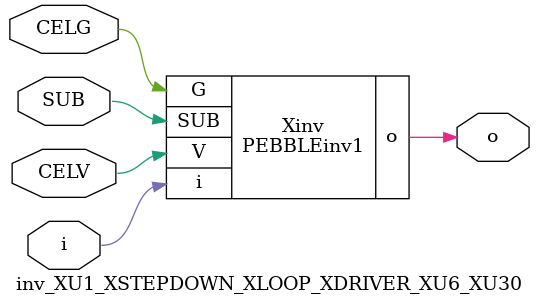
<source format=v>



module PEBBLEinv1 ( o, G, SUB, V, i );

  input V;
  input i;
  input G;
  output o;
  input SUB;
endmodule

//Celera Confidential Do Not Copy inv_XU1_XSTEPDOWN_XLOOP_XDRIVER_XU6_XU30
//Celera Confidential Symbol Generator
//5V Inverter
module inv_XU1_XSTEPDOWN_XLOOP_XDRIVER_XU6_XU30 (CELV,CELG,i,o,SUB);
input CELV;
input CELG;
input i;
input SUB;
output o;

//Celera Confidential Do Not Copy inv
PEBBLEinv1 Xinv(
.V (CELV),
.i (i),
.o (o),
.SUB (SUB),
.G (CELG)
);
//,diesize,PEBBLEinv1

//Celera Confidential Do Not Copy Module End
//Celera Schematic Generator
endmodule

</source>
